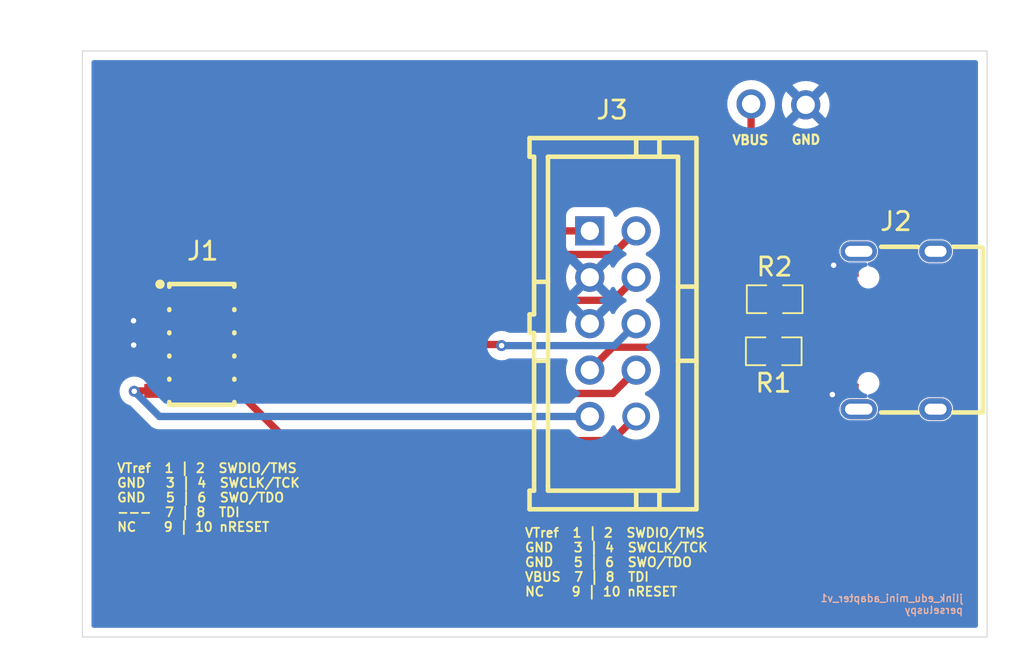
<source format=kicad_pcb>
(kicad_pcb (version 20240108) (generator "pcbnew") (generator_version "8.0")
  (layers (0 "F.Cu" signal) (31 "B.Cu" signal) (34 "B.Paste" user) (35 "F.Paste" user) (36 "B.SilkS" user "B.Silkscreen") (37 "F.SilkS" user "F.Silkscreen") (38 "B.Mask" user) (39 "F.Mask" user) (44 "Edge.Cuts" user))
  (net 0 "")
  (net 1 "/P6")
  (net 2 "/P4")
  (net 3 "/P9")
  (net 4 "/P2")
  (net 5 "/P10")
  (net 6 "/P8")
  (net 7 "/P1")
  (net 8 "GND")
  (net 10 "VBUS")
  (net 13 "Net-(J2-CC2)")
  (net 17 "Net-(J2-CC1)")
  (footprint "pepy_sym_lib:[10P_2X5_IDC_1_27MM_MALE]Amphenol ICC 20021121-00010T4LF" (layer "F.Cu") (at 111.18 68 -90)
    (property "Reference" "J1" (at -5.12 -0.05 180) (layer "F.SilkS"))
    (property "Value" "20021121-00010T4LF")
    (fp_line (start -3.31 1.78) (end -3.31 -1.78) (stroke (width 0.25)) (layer "F.SilkS"))
    (fp_line (start -3.16 1.78) (end -3.31 1.78) (stroke (width 0.25)) (layer "F.SilkS"))
    (fp_line (start -1.89 1.78) (end -1.93 1.78) (stroke (width 0.25)) (layer "F.SilkS"))
    (fp_line (start -0.62 1.78) (end -0.66 1.78) (stroke (width 0.25)) (layer "F.SilkS"))
    (fp_line (start 0.65 1.78) (end 0.61 1.78) (stroke (width 0.25)) (layer "F.SilkS"))
    (fp_line (start 1.92 1.78) (end 1.88 1.78) (stroke (width 0.25)) (layer "F.SilkS"))
    (fp_line (start 3.3 1.78) (end 3.15 1.78) (stroke (width 0.25)) (layer "F.SilkS"))
    (fp_line (start -3.31 -1.78) (end -3.16 -1.78) (stroke (width 0.25)) (layer "F.SilkS"))
    (fp_line (start -1.93 -1.78) (end -1.89 -1.78) (stroke (width 0.25)) (layer "F.SilkS"))
    (fp_line (start -0.66 -1.78) (end -0.62 -1.78) (stroke (width 0.25)) (layer "F.SilkS"))
    (fp_line (start 0.61 -1.78) (end 0.65 -1.78) (stroke (width 0.25)) (layer "F.SilkS"))
    (fp_line (start 1.88 -1.78) (end 1.92 -1.78) (stroke (width 0.25)) (layer "F.SilkS"))
    (fp_line (start 3.15 -1.78) (end 3.3 -1.78) (stroke (width 0.25)) (layer "F.SilkS"))
    (fp_line (start 3.3 -1.78) (end 3.3 1.78) (stroke (width 0.25)) (layer "F.SilkS"))
    (fp_circle (center -3.3 2.29) (end -3.17 2.29) (stroke (width 0.25)) (fill none) (layer "F.SilkS"))
    (pad "1" smd rect (at -2.54 1.95 270) (size 0.76 2.4) (layers "F.Cu" "F.Paste" "F.Mask") (net 7 "/P1"))
    (pad "2" smd rect (at -2.54 -1.95 270) (size 0.76 2.4) (layers "F.Cu" "F.Paste" "F.Mask") (net 4 "/P2"))
    (pad "3" smd rect (at -1.27 1.95 270) (size 0.76 2.4) (layers "F.Cu" "F.Paste" "F.Mask") (net 8 "GND"))
    (pad "4" smd rect (at -1.27 -1.95 270) (size 0.76 2.4) (layers "F.Cu" "F.Paste" "F.Mask") (net 2 "/P4"))
    (pad "5" smd rect (at 0 1.95 270) (size 0.76 2.4) (layers "F.Cu" "F.Paste" "F.Mask") (net 8 "GND"))
    (pad "6" smd rect (at 0 -1.95 270) (size 0.76 2.4) (layers "F.Cu" "F.Paste" "F.Mask") (net 1 "/P6"))
    (pad "7" smd rect (at 1.27 1.95 270) (size 0.76 2.4) (layers "F.Cu" "F.Paste" "F.Mask"))
    (pad "8" smd rect (at 1.27 -1.95 270) (size 0.76 2.4) (layers "F.Cu" "F.Paste" "F.Mask") (net 6 "/P8"))
    (pad "9" smd rect (at 2.54 1.95 270) (size 0.76 2.4) (layers "F.Cu" "F.Paste" "F.Mask") (net 3 "/P9"))
    (pad "10" smd rect (at 2.54 -1.95 270) (size 0.76 2.4) (layers "F.Cu" "F.Paste" "F.Mask") (net 5 "/P10"))
  )
  (footprint "" (layer "F.Cu") (at 141.25 54.83)
    (property "Reference" "" (at 0 0 0) (layer "F.SilkS") (effects (font (size 1.27 1.27))))
    (property "Value" "")
    (pad "7" thru_hole circle (at 0 0 90) (size 1.6 1.6) (drill 0.999998) (layers "*.Cu" "*.Mask") (net 10 "VBUS"))
  )
  (footprint "pepy_sym_lib:[USB_C_16P_RA_FEMALE]SHOU HAN TYPE-C 16PIN 2MD(073)" (layer "F.Cu") (at 148.97 67.22 90)
    (property "Reference" "J2" (at 5.96 0.21 0) (layer "F.SilkS"))
    (property "Value" "TYPE-C 16PIN 2MD(073)")
    (fp_line (start 4.57 1.39) (end 4.57 -0.6) (stroke (width 0.25)) (layer "F.SilkS"))
    (fp_line (start -4.5 1.39) (end -4.5 -0.6) (stroke (width 0.25)) (layer "F.SilkS"))
    (fp_line (start 4.57 4.82) (end 4.57 3.35) (stroke (width 0.25)) (layer "F.SilkS"))
    (fp_line (start 4.5 4.97) (end -4.5 4.97) (stroke (width 0.25)) (layer "F.SilkS"))
    (fp_line (start -4.5 4.97) (end -4.5 3.35) (stroke (width 0.25)) (layer "F.SilkS"))
    (pad "" np_thru_hole circle (at -2.89 -1.3 90) (size 0.7 0.7) (drill 0.7) (layers "F&B.Cu" "*.Mask"))
    (pad "" np_thru_hole circle (at 2.89 -1.3 90) (size 0.7 0.7) (drill 0.7) (layers "F&B.Cu" "*.Mask"))
    (pad "1" smd rect (at -3.2 -2.38 90) (size 0.55 1.1) (layers "F.Cu" "F.Paste" "F.Mask") (net 8 "GND"))
    (pad "2" smd rect (at -2.4 -2.38 90) (size 0.55 1.1) (layers "F.Cu" "F.Paste" "F.Mask") (net 10 "VBUS"))
    (pad "3" smd rect (at -1.75 -2.38 90) (size 0.3 1.1) (layers "F.Cu" "F.Paste" "F.Mask"))
    (pad "4" smd rect (at -1.25 -2.38 90) (size 0.3 1.1) (layers "F.Cu" "F.Paste" "F.Mask") (net 17 "Net-(J2-CC1)"))
    (pad "5" smd rect (at -0.75 -2.38 90) (size 0.3 1.1) (layers "F.Cu" "F.Paste" "F.Mask") (clearance 0.05))
    (pad "6" smd rect (at -0.25 -2.38 90) (size 0.3 1.1) (layers "F.Cu" "F.Paste" "F.Mask"))
    (pad "7" smd rect (at 0.25 -2.38 90) (size 0.3 1.1) (layers "F.Cu" "F.Paste" "F.Mask"))
    (pad "8" smd rect (at 0.75 -2.38 90) (size 0.3 1.1) (layers "F.Cu" "F.Paste" "F.Mask"))
    (pad "9" smd rect (at 1.25 -2.38 90) (size 0.3 1.1) (layers "F.Cu" "F.Paste" "F.Mask"))
    (pad "10" smd rect (at 1.75 -2.38 90) (size 0.3 1.1) (layers "F.Cu" "F.Paste" "F.Mask") (net 13 "Net-(J2-CC2)"))
    (pad "11" smd rect (at 2.4 -2.38 90) (size 0.55 1.1) (layers "F.Cu" "F.Paste" "F.Mask") (net 10 "VBUS"))
    (pad "12" smd rect (at 3.2 -2.38 90) (size 0.55 1.1) (layers "F.Cu" "F.Paste" "F.Mask") (net 8 "GND"))
    (pad "13" thru_hole oval (at -4.32 -1.83 90) (size 1.1 2) (drill oval 0.599999 1.499997) (layers "*.Cu" "*.Mask"))
    (pad "13" thru_hole oval (at -4.32 2.38 90) (size 1.2 1.8) (drill oval 0.599999 1.199998) (layers "*.Cu" "*.Mask"))
    (pad "14" thru_hole oval (at 4.32 -1.83 90) (size 1.1 2) (drill oval 0.599999 1.500022) (layers "*.Cu" "*.Mask"))
    (pad "14" thru_hole oval (at 4.32 2.38 90) (size 1.2 1.8) (drill oval 0.599999 1.199998) (layers "*.Cu" "*.Mask"))
  )
  (footprint "pepy_sym_lib:[RES_SMD_0805_2012Metric]" (layer "F.Cu") (at 142.49 68.37)
    (property "Reference" "R1" (at -0.02 1.74 180) (layer "F.SilkS"))
    (property "Value" "0805W8F5101T5E")
    (fp_line (start -1.524 -0.762) (end -0.4572 -0.762) (stroke (width 0.1)) (layer "F.SilkS"))
    (fp_line (start -1.524 0.762) (end -1.524 -0.762) (stroke (width 0.1)) (layer "F.SilkS"))
    (fp_line (start -0.4572 0.762) (end -1.524 0.762) (stroke (width 0.1)) (layer "F.SilkS"))
    (fp_line (start 0.4572 -0.762) (end 1.524 -0.762) (stroke (width 0.1)) (layer "F.SilkS"))
    (fp_line (start 1.524 -0.762) (end 1.524 0.762) (stroke (width 0.1)) (layer "F.SilkS"))
    (fp_line (start 1.524 0.762) (end 0.4572 0.762) (stroke (width 0.1)) (layer "F.SilkS"))
    (pad "1" smd roundrect (at -0.9125 0) (size 1.025 1.4) (layers "F.Cu" "F.Paste" "F.Mask") (roundrect_rratio 0.243902) (net 8 "GND"))
    (pad "2" smd roundrect (at 0.9125 0) (size 1.025 1.4) (layers "F.Cu" "F.Paste" "F.Mask") (roundrect_rratio 0.243902) (net 17 "Net-(J2-CC1)"))
  )
  (footprint "" (layer "F.Cu") (at 144.24 54.88)
    (property "Reference" "" (at 0 0 0) (layer "F.SilkS") (effects (font (size 1.27 1.27))))
    (property "Value" "")
    (pad "3" thru_hole circle (at 0 0 90) (size 1.6 1.6) (drill 0.999998) (layers "*.Cu" "*.Mask") (net 8 "GND"))
  )
  (footprint "pepy_sym_lib:[10P_2X5_IDC_MALE]TE Connectivity 5103308-1" (layer "F.Cu") (at 133.69 66.86 90)
    (property "Reference" "J3" (at 11.7 -0.05 0) (layer "F.SilkS"))
    (property "Value" "5103308-1")
    (fp_line (start 10.16 -4.57) (end 9.14 -4.57) (stroke (width 0.25)) (layer "F.SilkS"))
    (fp_line (start 9.14 -4.57) (end 9.14 -4.32) (stroke (width 0.25)) (layer "F.SilkS"))
    (fp_line (start 0.51 -4.57) (end -0.51 -4.57) (stroke (width 0.25)) (layer "F.SilkS"))
    (fp_line (start -0.51 -4.57) (end -0.51 -4.32) (stroke (width 0.25)) (layer "F.SilkS"))
    (fp_line (start -9.14 -4.57) (end -10.16 -4.57) (stroke (width 0.25)) (layer "F.SilkS"))
    (fp_line (start 9.14 -4.32) (end 0.51 -4.32) (stroke (width 0.25)) (layer "F.SilkS"))
    (fp_line (start 2.29 -4.32) (end 2.29 -3.56) (stroke (width 0.25)) (layer "F.SilkS"))
    (fp_line (start 0.51 -4.32) (end 0.51 -4.57) (stroke (width 0.25)) (layer "F.SilkS"))
    (fp_line (start -0.51 -4.32) (end -9.14 -4.32) (stroke (width 0.25)) (layer "F.SilkS"))
    (fp_line (start -2.03 -4.32) (end -2.03 -3.56) (stroke (width 0.25)) (layer "F.SilkS"))
    (fp_line (start -9.14 -4.32) (end -9.14 -4.57) (stroke (width 0.25)) (layer "F.SilkS"))
    (fp_line (start 9.14 -3.56) (end 9.14 3.56) (stroke (width 0.25)) (layer "F.SilkS"))
    (fp_line (start -8.89 -3.56) (end 9.14 -3.56) (stroke (width 0.25)) (layer "F.SilkS"))
    (fp_line (start -9.14 -3.56) (end -8.89 -3.56) (stroke (width 0.25)) (layer "F.SilkS"))
    (fp_line (start 9.14 1.27) (end 10.16 1.27) (stroke (width 0.25)) (layer "F.SilkS"))
    (fp_line (start -10.16 1.27) (end -9.14 1.27) (stroke (width 0.25)) (layer "F.SilkS"))
    (fp_line (start 9.14 2.54) (end 10.16 2.54) (stroke (width 0.25)) (layer "F.SilkS"))
    (fp_line (start -10.16 2.54) (end -9.14 2.54) (stroke (width 0.25)) (layer "F.SilkS"))
    (fp_line (start 9.14 3.56) (end 2.03 3.56) (stroke (width 0.25)) (layer "F.SilkS"))
    (fp_line (start 2.03 3.56) (end 2.03 4.57) (stroke (width 0.25)) (layer "F.SilkS"))
    (fp_line (start -2.03 3.56) (end 2.03 3.56) (stroke (width 0.25)) (layer "F.SilkS"))
    (fp_line (start -2.03 3.56) (end -9.14 3.56) (stroke (width 0.25)) (layer "F.SilkS"))
    (fp_line (start -2.03 3.56) (end -2.03 4.57) (stroke (width 0.25)) (layer "F.SilkS"))
    (fp_line (start -9.14 3.56) (end -9.14 -3.56) (stroke (width 0.25)) (layer "F.SilkS"))
    (fp_line (start 10.16 4.57) (end 10.16 -4.57) (stroke (width 0.25)) (layer "F.SilkS"))
    (fp_line (start -10.16 4.57) (end -10.16 -4.57) (stroke (width 0.25)) (layer "F.SilkS"))
    (fp_line (start -10.16 4.57) (end 10.16 4.57) (stroke (width 0.25)) (layer "F.SilkS"))
    (pad "1" thru_hole rect (at 5.08 -1.27 90) (size 1.6 1.6) (drill 0.999998) (layers "*.Cu" "*.Mask") (net 7 "/P1"))
    (pad "2" thru_hole circle (at 5.08 1.27 90) (size 1.6 1.6) (drill 0.999998) (layers "*.Cu" "*.Mask") (net 4 "/P2"))
    (pad "3" thru_hole circle (at 2.54 -1.27 90) (size 1.6 1.6) (drill 0.999998) (layers "*.Cu" "*.Mask") (net 8 "GND"))
    (pad "4" thru_hole circle (at 2.54 1.27 90) (size 1.6 1.6) (drill 0.999998) (layers "*.Cu" "*.Mask") (net 2 "/P4"))
    (pad "5" thru_hole circle (at 0 -1.27 90) (size 1.6 1.6) (drill 0.999998) (layers "*.Cu" "*.Mask") (net 8 "GND"))
    (pad "6" thru_hole circle (at 0 1.27 90) (size 1.6 1.6) (drill 0.999998) (layers "*.Cu" "*.Mask") (net 1 "/P6"))
    (pad "7" thru_hole circle (at -2.54 -1.27 90) (size 1.6 1.6) (drill 0.999998) (layers "*.Cu" "*.Mask") (net 10 "VBUS"))
    (pad "8" thru_hole circle (at -2.54 1.27 90) (size 1.6 1.6) (drill 0.999998) (layers "*.Cu" "*.Mask") (net 6 "/P8"))
    (pad "9" thru_hole circle (at -5.08 -1.27 90) (size 1.6 1.6) (drill 0.999998) (layers "*.Cu" "*.Mask") (net 3 "/P9"))
    (pad "10" thru_hole circle (at -5.08 1.27 90) (size 1.52 1.52) (drill 0.999998) (layers "*.Cu" "*.Mask") (net 5 "/P10"))
  )
  (footprint "pepy_sym_lib:[RES_SMD_0805_2012Metric]" (layer "F.Cu") (at 142.54 65.52)
    (property "Reference" "R2" (at -0.01 -1.77 180) (layer "F.SilkS"))
    (property "Value" "0805W8F5101T5E")
    (fp_line (start -1.524 -0.762) (end -0.4572 -0.762) (stroke (width 0.1)) (layer "F.SilkS"))
    (fp_line (start -1.524 0.762) (end -1.524 -0.762) (stroke (width 0.1)) (layer "F.SilkS"))
    (fp_line (start -0.4572 0.762) (end -1.524 0.762) (stroke (width 0.1)) (layer "F.SilkS"))
    (fp_line (start 0.4572 -0.762) (end 1.524 -0.762) (stroke (width 0.1)) (layer "F.SilkS"))
    (fp_line (start 1.524 -0.762) (end 1.524 0.762) (stroke (width 0.1)) (layer "F.SilkS"))
    (fp_line (start 1.524 0.762) (end 0.4572 0.762) (stroke (width 0.1)) (layer "F.SilkS"))
    (pad "1" smd roundrect (at -0.9125 0) (size 1.025 1.4) (layers "F.Cu" "F.Paste" "F.Mask") (roundrect_rratio 0.243902) (net 8 "GND"))
    (pad "2" smd roundrect (at 0.9125 0) (size 1.025 1.4) (layers "F.Cu" "F.Paste" "F.Mask") (roundrect_rratio 0.243902) (net 13 "Net-(J2-CC2)"))
  )
  (gr_rect (start 104.64 51.93) (end 154.17 84.01) (stroke (width 0.05)) (fill none) (layer "Edge.Cuts"))
  (gr_text "jlink_edu_mini_adapter_v1\nperseluspy" (at 152.89 82.77 0) (layer "B.SilkS") (effects (font (size 0.4 0.4) (thickness 0.075)) (justify left bottom mirror)))
  (gr_text "VTref  1 | 2  SWDIO/TMS\nGND   3 | 4  SWCLK/TCK\nGND   5 | 6  SWO/TDO\nVBUS  7 | 8  TDI\nNC    9 | 10 nRESET" (at 128.82 81.82 0) (layer "F.SilkS") (effects (font (size 0.5 0.5) (thickness 0.1)) (justify left bottom)))
  (gr_text "VBUS\n" (at 140.16 57.1 0) (layer "F.SilkS") (effects (font (size 0.5 0.5) (thickness 0.125)) (justify left bottom)))
  (gr_text "VTref  1 | 2  SWDIO/TMS\nGND   3 | 4  SWCLK/TCK\nGND   5 | 6  SWO/TDO\n---  7 | 8  TDI\nNC    9 | 10 nRESET" (at 106.49 78.28 0) (layer "F.SilkS") (effects (font (size 0.5 0.5) (thickness 0.1)) (justify left bottom)))
  (gr_text "GND\n" (at 143.41 57.08 0) (layer "F.SilkS") (effects (font (size 0.5 0.5) (thickness 0.125)) (justify left bottom)))
  (segment (start 113.13 68) (end 127.53 68) (width 0.4) (layer "F.Cu") (net 1))
  (segment (start 113.13 68) (end 113.26 68.13) (width 0.4) (layer "F.Cu") (net 1))
  (segment (start 127.53 68) (end 127.59 68.06) (width 0.4) (layer "F.Cu") (net 1))
  (via (at 127.59 68.06) (size 0.6) (drill 0.3) (layers "F.Cu" "B.Cu") (net 1))
  (segment (start 133.76 68.06) (end 134.96 66.86) (width 0.4) (layer "B.Cu") (net 1))
  (segment (start 127.59 68.06) (end 133.76 68.06) (width 0.4) (layer "B.Cu") (net 1))
  (segment (start 133.7 65.58) (end 134.96 64.32) (width 0.4) (layer "F.Cu") (net 2))
  (segment (start 113.13 66.73) (end 121.41 66.73) (width 0.4) (layer "F.Cu") (net 2))
  (segment (start 121.41 66.73) (end 122.56 65.58) (width 0.4) (layer "F.Cu") (net 2))
  (segment (start 122.56 65.58) (end 133.7 65.58) (width 0.4) (layer "F.Cu") (net 2))
  (segment (start 109.23 70.54) (end 107.5 70.54) (width 0.4) (layer "F.Cu") (net 3))
  (segment (start 107.5 70.54) (end 107.48 70.56) (width 0.4) (layer "F.Cu") (net 3))
  (via (at 107.48 70.56) (size 0.6) (drill 0.3) (layers "F.Cu" "B.Cu") (net 3))
  (segment (start 108.86 71.94) (end 132.42 71.94) (width 0.4) (layer "B.Cu") (net 3))
  (segment (start 107.48 70.56) (end 108.86 71.94) (width 0.4) (layer "B.Cu") (net 3))
  (segment (start 120.03 65.46) (end 122.42 63.07) (width 0.4) (layer "F.Cu") (net 4))
  (segment (start 113.13 65.46) (end 120.03 65.46) (width 0.4) (layer "F.Cu") (net 4))
  (segment (start 122.42 63.07) (end 133.67 63.07) (width 0.4) (layer "F.Cu") (net 4))
  (segment (start 133.67 63.07) (end 134.96 61.78) (width 0.4) (layer "F.Cu") (net 4))
  (segment (start 113.13 70.54) (end 115.85 73.26) (width 0.4) (layer "F.Cu") (net 5))
  (segment (start 133.64 73.26) (end 134.96 71.94) (width 0.4) (layer "F.Cu") (net 5))
  (segment (start 115.85 73.26) (end 133.64 73.26) (width 0.4) (layer "F.Cu") (net 5))
  (segment (start 114.65 69.27) (end 116.06 70.68) (width 0.4) (layer "F.Cu") (net 6))
  (segment (start 133.68 70.68) (end 134.96 69.4) (width 0.4) (layer "F.Cu") (net 6))
  (segment (start 113.13 69.27) (end 114.65 69.27) (width 0.4) (layer "F.Cu") (net 6))
  (segment (start 116.06 70.68) (end 133.68 70.68) (width 0.4) (layer "F.Cu") (net 6))
  (segment (start 109.23 65.46) (end 109.23 65.19) (width 0.4) (layer "F.Cu") (net 7))
  (segment (start 109.23 65.19) (end 112.64 61.78) (width 0.4) (layer "F.Cu") (net 7))
  (segment (start 112.64 61.78) (end 132.42 61.78) (width 0.4) (layer "F.Cu") (net 7))
  (segment (start 107.48 68) (end 107.45 68.03) (width 0.4) (layer "F.Cu") (net 8))
  (segment (start 107.47 66.73) (end 107.44 66.7) (width 0.4) (layer "F.Cu") (net 8))
  (segment (start 146.59 64.02) (end 146.13 64.02) (width 0.4) (layer "F.Cu") (net 8))
  (segment (start 146.13 64.02) (end 145.77 63.66) (width 0.4) (layer "F.Cu") (net 8))
  (segment (start 109.23 68) (end 107.48 68) (width 0.4) (layer "F.Cu") (net 8))
  (segment (start 146.02 70.42) (end 145.7 70.74) (width 0.4) (layer "F.Cu") (net 8))
  (segment (start 146.59 70.42) (end 146.02 70.42) (width 0.4) (layer "F.Cu") (net 8))
  (segment (start 109.23 66.73) (end 107.47 66.73) (width 0.4) (layer "F.Cu") (net 8))
  (via (at 145.7 70.74) (size 0.6) (drill 0.3) (layers "F.Cu" "B.Cu") (net 8))
  (via (at 107.44 66.7) (size 0.6) (drill 0.3) (layers "F.Cu" "B.Cu") (net 8))
  (via (at 145.77 63.66) (size 0.6) (drill 0.3) (layers "F.Cu" "B.Cu") (net 8))
  (via (at 107.45 68.03) (size 0.6) (drill 0.3) (layers "F.Cu" "B.Cu") (net 8))
  (segment (start 145.33 64.82) (end 144.52 64.01) (width 0.4) (layer "F.Cu") (net 10))
  (segment (start 132.42 69.4) (end 133.67 68.15) (width 0.4) (layer "F.Cu") (net 10))
  (segment (start 147.028629 69.62) (end 147.67 68.978629) (width 0.4) (layer "F.Cu") (net 10))
  (segment (start 146.48 69.73) (end 146.59 69.62) (width 0.4) (layer "F.Cu") (net 10))
  (segment (start 146.59 69.62) (end 147.028629 69.62) (width 0.4) (layer "F.Cu") (net 10))
  (segment (start 138.27 69.73) (end 146.48 69.73) (width 0.4) (layer "F.Cu") (net 10))
  (segment (start 139.52 64.01) (end 136.69 66.84) (width 0.4) (layer "F.Cu") (net 10))
  (segment (start 147.67 68.978629) (end 147.67 65.461371) (width 0.4) (layer "F.Cu") (net 10))
  (segment (start 133.67 68.15) (end 136.69 68.15) (width 0.4) (layer "F.Cu") (net 10))
  (segment (start 146.59 64.82) (end 145.33 64.82) (width 0.4) (layer "F.Cu") (net 10))
  (segment (start 144.52 64.01) (end 139.52 64.01) (width 0.4) (layer "F.Cu") (net 10))
  (segment (start 136.69 68.15) (end 138.27 69.73) (width 0.4) (layer "F.Cu") (net 10))
  (segment (start 141.25 54.83) (end 141.25 62.28) (width 0.4) (layer "F.Cu") (net 10))
  (segment (start 136.69 66.84) (end 136.69 68.15) (width 0.4) (layer "F.Cu") (net 10))
  (segment (start 147.028629 64.82) (end 146.59 64.82) (width 0.4) (layer "F.Cu") (net 10))
  (segment (start 141.25 62.28) (end 139.52 64.01) (width 0.4) (layer "F.Cu") (net 10))
  (segment (start 147.67 65.461371) (end 147.028629 64.82) (width 0.4) (layer "F.Cu") (net 10))
  (segment (start 146.54 65.52) (end 146.59 65.47) (width 0.2) (layer "F.Cu") (net 13))
  (segment (start 143.4525 65.52) (end 146.54 65.52) (width 0.2) (layer "F.Cu") (net 13))
  (segment (start 143.4025 68.37) (end 143.5025 68.47) (width 0.2) (layer "F.Cu") (net 17))
  (segment (start 143.5025 68.47) (end 146.59 68.47) (width 0.2) (layer "F.Cu") (net 17))
  (zone (net 8) (net_name "GND") (layer "B.Cu") (connect_pads (clearance 0.5)) (min_thickness 0.25) (fill yes (thermal_gap 0.5) (thermal_bridge_width 0.5))
    (polygon (pts (xy 100.47 49.14) (xy 155.89 49.14) (xy 155.89 83.82) (xy 154.55 85.16) (xy 101.8 85.16) (xy 100.47 83.83)))
  )
)
</source>
